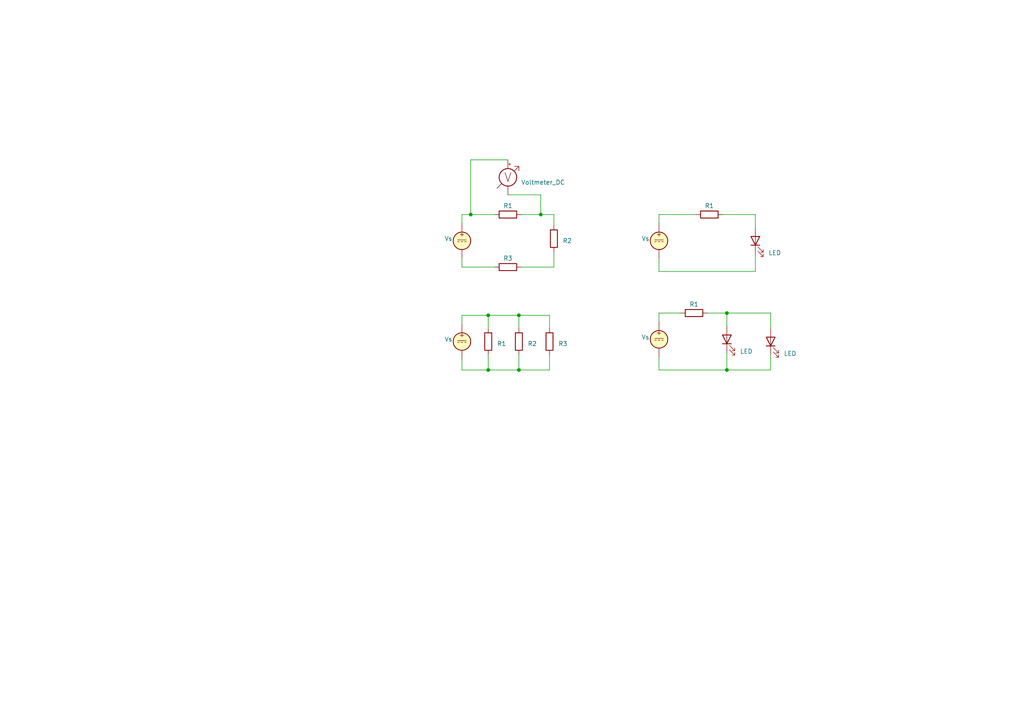
<source format=kicad_sch>
(kicad_sch (version 20230121) (generator eeschema)
  (paper "A4")
  (lib_symbols
    (symbol "Device:LED" (pin_numbers hide) (pin_names (offset 1.016) hide)
      (property "Reference" "D" (at 0 2.54 0))
      (property "Value" "LED" (at 0 -2.54 0))
      (symbol "LED_0_1"
        (polyline (pts (xy -1.27 -1.27) (xy -1.27 1.27)) (stroke (width 0.254)))
        (polyline (pts (xy -1.27 0) (xy 1.27 0)))
        (polyline (pts (xy 1.27 -1.27) (xy 1.27 1.27) (xy -1.27 0) (xy 1.27 -1.27)) (stroke (width 0.254)))
        (polyline (pts (xy -3.048 -0.762) (xy -4.572 -2.286) (xy -3.81 -2.286) (xy -4.572 -2.286) (xy -4.572 -1.524)))
        (polyline (pts (xy -1.778 -0.762) (xy -3.302 -2.286) (xy -2.54 -2.286) (xy -3.302 -2.286) (xy -3.302 -1.524)))
      )
      (symbol "LED_1_1"
        (pin passive line (at -3.81 0 0) (length 2.54) (name "K") (number "1"))
        (pin passive line (at 3.81 0 180) (length 2.54) (name "A") (number "2"))
      )
    )
    (symbol "Device:R" (pin_numbers hide) (pin_names (offset 0))
      (property "Reference" "R" (at 2.032 0 90))
      (property "Value" "R" (at 0 0 90))
      (symbol "R_0_1"
        (rectangle (start -1.016 -2.54) (end 1.016 2.54) (stroke (width 0.254)))
      )
      (symbol "R_1_1"
        (pin passive line (at 0 3.81 270) (length 1.27) (name "~") (number "1"))
        (pin passive line (at 0 -3.81 90) (length 1.27) (name "~") (number "2"))
      )
    )
    (symbol "Device:Voltmeter_DC" (pin_numbers hide) (pin_names (offset 0.0254) hide)
      (property "Reference" "MES" (at -3.302 1.016 0))
      (property "Value" "Voltmeter_DC" (at -3.302 -0.762 0))
      (symbol "Voltmeter_DC_0_0"
        (polyline (pts (xy -3.175 -3.175) (xy -1.905 -1.905)))
        (polyline (pts (xy 1.905 1.905) (xy 3.175 3.175)))
        (polyline (pts (xy 1.905 3.175) (xy 3.175 3.175) (xy 3.175 1.905)))
        (text "V" (at 0 0 0) (effects (font (size 2.54 2.54))))
      )
      (symbol "Voltmeter_DC_0_1"
        (polyline (pts (xy 0.254 3.81) (xy 0.762 3.81)))
        (polyline (pts (xy 0.508 4.064) (xy 0.508 3.556)))
        (circle (center 0 0) (radius 2.54) (stroke (width 0.254)))
      )
      (symbol "Voltmeter_DC_1_1"
        (pin passive line (at 0 -5.08 90) (length 2.54) (name "-") (number "1"))
        (pin passive line (at 0 5.08 270) (length 2.54) (name "+") (number "2"))
      )
    )
    (symbol "Simulation_SPICE:VDC" (pin_numbers hide) (pin_names (offset 0.0254))
      (property "Reference" "V" (at 2.54 2.54 0))
      (property "Value" "1" (at 2.54 0 0))
      (symbol "VDC_0_0"
        (polyline (pts (xy -1.27 0.254) (xy 1.27 0.254)))
        (polyline (pts (xy -0.762 -0.254) (xy -1.27 -0.254)))
        (polyline (pts (xy 0.254 -0.254) (xy -0.254 -0.254)))
        (polyline (pts (xy 1.27 -0.254) (xy 0.762 -0.254)))
        (text "+" (at 0 1.905 0) (effects (font (size 1.27 1.27))))
      )
      (symbol "VDC_0_1"
        (circle (center 0 0) (radius 2.54) (stroke (width 0.254)) (fill (type background)))
      )
      (symbol "VDC_1_1"
        (pin passive line (at 0 5.08 270) (length 2.54) (name "~") (number "1"))
        (pin passive line (at 0 -5.08 90) (length 2.54) (name "~") (number "2"))
      )
    )
  )
  (junction (at 210.82 107.315))
  (junction (at 150.495 91.44))
  (junction (at 141.605 107.315))
  (junction (at 210.82 90.805))
  (junction (at 150.495 107.315))
  (junction (at 141.605 91.44))
  (junction (at 136.525 62.23))
  (junction (at 156.845 62.23))
  (wire (pts (xy 141.605 102.87) (xy 141.605 107.315)))
  (wire (pts (xy 191.135 107.315) (xy 210.82 107.315)))
  (wire (pts (xy 151.13 62.23) (xy 156.845 62.23)))
  (wire (pts (xy 210.82 90.805) (xy 205.105 90.805)))
  (wire (pts (xy 150.495 107.315) (xy 159.385 107.315)))
  (wire (pts (xy 223.52 95.25) (xy 223.52 90.805)))
  (wire (pts (xy 150.495 102.87) (xy 150.495 107.315)))
  (wire (pts (xy 223.52 102.87) (xy 223.52 107.315)))
  (wire (pts (xy 223.52 107.315) (xy 210.82 107.315)))
  (wire (pts (xy 191.135 64.77) (xy 191.135 62.23)))
  (wire (pts (xy 219.075 78.74) (xy 219.075 73.66)))
  (wire (pts (xy 191.135 78.74) (xy 219.075 78.74)))
  (wire (pts (xy 191.135 107.315) (xy 191.135 103.505)))
  (wire (pts (xy 133.985 77.47) (xy 143.51 77.47)))
  (wire (pts (xy 191.135 93.345) (xy 191.135 90.805)))
  (wire (pts (xy 147.32 46.355) (xy 136.525 46.355)))
  (wire (pts (xy 141.605 91.44) (xy 150.495 91.44)))
  (wire (pts (xy 147.32 56.515) (xy 156.845 56.515)))
  (wire (pts (xy 141.605 107.315) (xy 150.495 107.315)))
  (wire (pts (xy 160.655 73.025) (xy 160.655 77.47)))
  (wire (pts (xy 191.135 90.805) (xy 197.485 90.805)))
  (wire (pts (xy 160.655 65.405) (xy 160.655 62.23)))
  (wire (pts (xy 136.525 46.355) (xy 136.525 62.23)))
  (wire (pts (xy 133.985 93.98) (xy 133.985 91.44)))
  (wire (pts (xy 159.385 95.25) (xy 159.385 91.44)))
  (wire (pts (xy 210.82 107.315) (xy 210.82 102.235)))
  (wire (pts (xy 133.985 107.315) (xy 141.605 107.315)))
  (wire (pts (xy 191.135 78.74) (xy 191.135 74.93)))
  (wire (pts (xy 133.985 64.77) (xy 133.985 62.23)))
  (wire (pts (xy 133.985 91.44) (xy 141.605 91.44)))
  (wire (pts (xy 159.385 102.87) (xy 159.385 107.315)))
  (wire (pts (xy 156.845 56.515) (xy 156.845 62.23)))
  (wire (pts (xy 133.985 107.315) (xy 133.985 104.14)))
  (wire (pts (xy 159.385 91.44) (xy 150.495 91.44)))
  (wire (pts (xy 191.135 62.23) (xy 201.93 62.23)))
  (wire (pts (xy 151.13 77.47) (xy 160.655 77.47)))
  (wire (pts (xy 136.525 62.23) (xy 143.51 62.23)))
  (wire (pts (xy 150.495 91.44) (xy 150.495 95.25)))
  (wire (pts (xy 133.985 77.47) (xy 133.985 74.93)))
  (wire (pts (xy 133.985 62.23) (xy 136.525 62.23)))
  (wire (pts (xy 210.82 94.615) (xy 210.82 90.805)))
  (wire (pts (xy 223.52 90.805) (xy 210.82 90.805)))
  (wire (pts (xy 219.075 66.04) (xy 219.075 62.23)))
  (wire (pts (xy 141.605 91.44) (xy 141.605 95.25)))
  (wire (pts (xy 219.075 62.23) (xy 209.55 62.23)))
  (wire (pts (xy 156.845 62.23) (xy 160.655 62.23)))
  (symbol (lib_id "Device:R") (at 147.32 77.47 90) (unit 1)
    (property "Reference" "R6" (effects hide))
    (property "Value" "R3" (at 147.32 74.93 90))
  )
  (symbol (lib_id "Device:LED") (at 219.075 69.85 90) (unit 1)
    (property "Reference" "D1" (effects hide))
    (property "Value" "LED" (at 222.885 73.3425 90) (effects (justify right)))
  )
  (symbol (lib_id "Device:R") (at 205.74 62.23 90) (unit 1)
    (property "Reference" "R4" (effects hide))
    (property "Value" "R1" (at 205.74 59.69 90))
  )
  (symbol (lib_id "Device:R") (at 201.295 90.805 90) (unit 1)
    (property "Reference" "R8" (effects hide))
    (property "Value" "R1" (at 201.295 88.265 90))
  )
  (symbol (lib_id "Device:R") (at 150.495 99.06 180) (unit 1)
    (property "Reference" "R2" (effects hide))
    (property "Value" "R2" (at 153.035 99.695 0) (effects (justify right)))
  )
  (symbol (lib_id "Simulation_SPICE:VDC") (at 133.985 69.85 0) (unit 1)
    (property "Reference" "V3" (effects hide))
    (property "Value" "Vs" (at 128.905 69.215 0) (effects (justify left)))
    (property "Sim.Pins" "1=+ 2=-" (effects hide))
    (property "Sim.Type" "DC" (effects hide))
    (property "Sim.Device" "V" (effects hide))
  )
  (symbol (lib_id "Device:R") (at 141.605 99.06 180) (unit 1)
    (property "Reference" "R1" (effects hide))
    (property "Value" "R1" (at 144.145 99.695 0) (effects (justify right)))
  )
  (symbol (lib_id "Device:LED") (at 210.82 98.425 90) (unit 1)
    (property "Reference" "D2" (effects hide))
    (property "Value" "LED" (at 214.63 101.9175 90) (effects (justify right)))
  )
  (symbol (lib_id "Device:R") (at 147.32 62.23 90) (unit 1)
    (property "Reference" "R5" (effects hide))
    (property "Value" "R1" (at 147.32 59.69 90))
  )
  (symbol (lib_id "Simulation_SPICE:VDC") (at 191.135 69.85 0) (unit 1)
    (property "Reference" "V2" (effects hide))
    (property "Value" "Vs" (at 186.055 69.215 0) (effects (justify left)))
    (property "Sim.Pins" "1=+ 2=-" (effects hide))
    (property "Sim.Type" "DC" (effects hide))
    (property "Sim.Device" "V" (effects hide))
  )
  (symbol (lib_id "Simulation_SPICE:VDC") (at 133.985 99.06 0) (unit 1)
    (property "Reference" "V1" (effects hide))
    (property "Value" "Vs" (at 128.905 98.425 0) (effects (justify left)))
    (property "Sim.Pins" "1=+ 2=-" (effects hide))
    (property "Sim.Type" "DC" (effects hide))
    (property "Sim.Device" "V" (effects hide))
  )
  (symbol (lib_id "Device:R") (at 160.655 69.215 180) (unit 1)
    (property "Reference" "R7" (effects hide))
    (property "Value" "R2" (at 163.195 69.85 0) (effects (justify right)))
  )
  (symbol (lib_id "Device:R") (at 159.385 99.06 180) (unit 1)
    (property "Reference" "R3" (effects hide))
    (property "Value" "R3" (at 161.925 99.695 0) (effects (justify right)))
  )
  (symbol (lib_id "Device:Voltmeter_DC") (at 147.32 51.435 0) (unit 1)
    (property "Reference" "MES1" (effects hide))
    (property "Value" "Voltmeter_DC" (at 151.13 52.8955 0) (effects (justify left)))
  )
  (symbol (lib_id "Device:LED") (at 223.52 99.06 90) (unit 1)
    (property "Reference" "D3" (effects hide))
    (property "Value" "LED" (at 227.33 102.5525 90) (effects (justify right)))
  )
  (symbol (lib_id "Simulation_SPICE:VDC") (at 191.135 98.425 0) (unit 1)
    (property "Reference" "V4" (effects hide))
    (property "Value" "Vs" (at 186.055 97.79 0) (effects (justify left)))
    (property "Sim.Pins" "1=+ 2=-" (effects hide))
    (property "Sim.Type" "DC" (effects hide))
    (property "Sim.Device" "V" (effects hide))
  )
)
</source>
